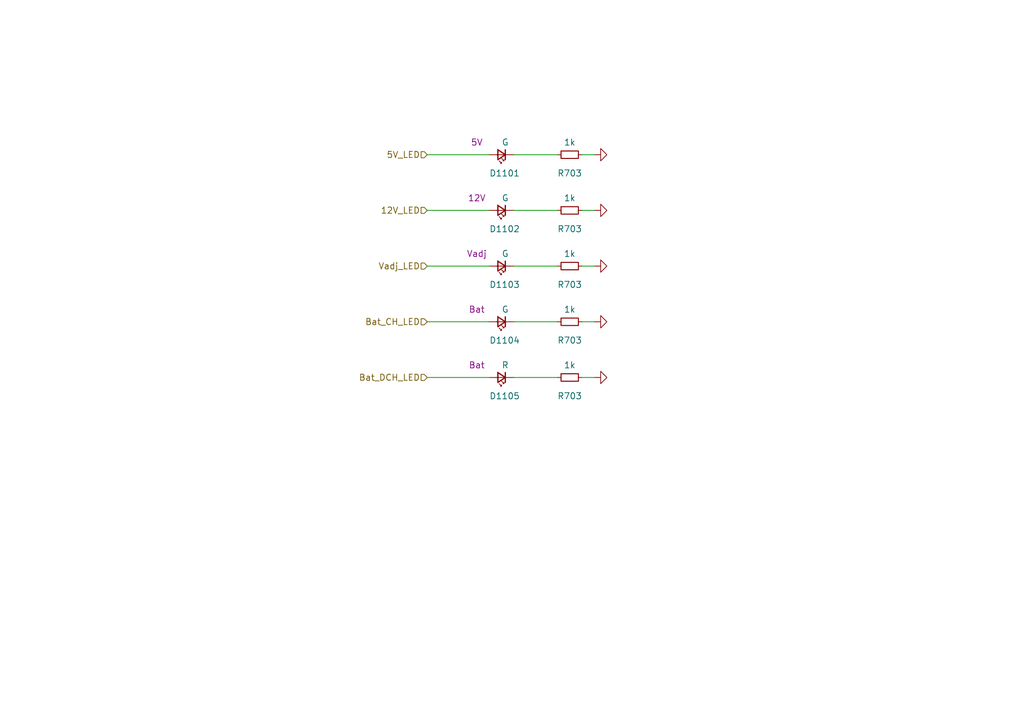
<source format=kicad_sch>
(kicad_sch (version 20230121) (generator eeschema)
  (paper "A5")
  (lib_symbols
    (symbol "Device:LED_Small" (pin_numbers hide) (pin_names (offset 0.254) hide)
      (property "Reference" "D" (at -1.27 3.175 0))
      (property "Value" "LED_Small" (at -4.445 -2.54 0))
      (symbol "LED_Small_0_1"
        (polyline (pts (xy -0.762 -1.016) (xy -0.762 1.016)) (stroke (width 0.254)))
        (polyline (pts (xy 1.016 0) (xy -0.762 0)))
        (polyline (pts (xy 0.762 -1.016) (xy -0.762 0) (xy 0.762 1.016) (xy 0.762 -1.016)) (stroke (width 0.254)))
        (polyline (pts (xy 0 0.762) (xy -0.508 1.27) (xy -0.254 1.27) (xy -0.508 1.27) (xy -0.508 1.016)))
        (polyline (pts (xy 0.508 1.27) (xy 0 1.778) (xy 0.254 1.778) (xy 0 1.778) (xy 0 1.524)))
      )
      (symbol "LED_Small_1_1"
        (pin passive line (at -2.54 0 0) (length 1.778) (name "K") (number "1"))
        (pin passive line (at 2.54 0 180) (length 1.778) (name "A") (number "2"))
      )
    )
    (symbol "Device:R_Small" (pin_numbers hide) (pin_names (offset 0.254) hide)
      (property "Reference" "R" (at 0.762 0.508 0))
      (property "Value" "R_Small" (at 0.762 -1.016 0))
      (symbol "R_Small_0_1"
        (rectangle (start -0.762 1.778) (end 0.762 -1.778) (stroke (width 0.2032)))
      )
      (symbol "R_Small_1_1"
        (pin passive line (at 0 2.54 270) (length 0.762) (name "~") (number "1"))
        (pin passive line (at 0 -2.54 90) (length 0.762) (name "~") (number "2"))
      )
    )
    (symbol "power:GND" (power) (pin_names (offset 0))
      (property "Value" "GND" (at 0 -3.81 0))
      (symbol "GND_0_1"
        (polyline (pts (xy 0 0) (xy 0 -1.27) (xy 1.27 -1.27) (xy 0 -2.54) (xy -1.27 -1.27) (xy 0 -1.27)))
      )
      (symbol "GND_1_1"
        (pin power_in line (at 0 0 270) (length 0) hide (name "GND") (number "1"))
      )
    )
  )
  (wire (pts (xy 105.41 66.04) (xy 114.3 66.04)))
  (wire (pts (xy 105.41 43.18) (xy 114.3 43.18)))
  (wire (pts (xy 105.41 54.61) (xy 114.3 54.61)))
  (wire (pts (xy 105.41 31.75) (xy 114.3 31.75)))
  (wire (pts (xy 119.38 77.47) (xy 121.92 77.47)))
  (wire (pts (xy 87.63 77.47) (xy 100.33 77.47)))
  (wire (pts (xy 87.63 31.75) (xy 100.33 31.75)))
  (wire (pts (xy 119.38 54.61) (xy 121.92 54.61)))
  (wire (pts (xy 105.41 77.47) (xy 114.3 77.47)))
  (wire (pts (xy 87.63 66.04) (xy 100.33 66.04)))
  (wire (pts (xy 119.38 66.04) (xy 121.92 66.04)))
  (wire (pts (xy 87.63 43.18) (xy 100.33 43.18)))
  (wire (pts (xy 87.63 54.61) (xy 100.33 54.61)))
  (wire (pts (xy 119.38 43.18) (xy 121.92 43.18)))
  (wire (pts (xy 119.38 31.75) (xy 121.92 31.75)))
  (hierarchical_label "Bat_DCH_LED" (shape input) (at 87.63 77.47 180))
  (hierarchical_label "5V_LED" (shape input) (at 87.63 31.75 180))
  (hierarchical_label "12V_LED" (shape input) (at 87.63 43.18 180))
  (hierarchical_label "Bat_CH_LED" (shape input) (at 87.63 66.04 180))
  (hierarchical_label "Vadj_LED" (shape input) (at 87.63 54.61 180))
  (symbol (lib_id "power:GND") (at 121.92 31.75 90) (unit 1)
    (property "Reference" "#PWR0312" (effects hide))
    (property "Value" "GND" (effects hide))
    (instances (project "OpenUPS_ups" (path "" (reference "#PWR0312") (unit 1)) (path "" (reference "#PWR01101") (unit 1))))
  )
  (symbol (lib_id "power:GND") (at 121.92 66.04 90) (unit 1)
    (property "Reference" "#PWR0312" (effects hide))
    (property "Value" "GND" (effects hide))
    (instances (project "OpenUPS_ups" (path "" (reference "#PWR0312") (unit 1)) (path "" (reference "#PWR01104") (unit 1))))
  )
  (symbol (lib_id "power:GND") (at 121.92 43.18 90) (unit 1)
    (property "Reference" "#PWR0312" (effects hide))
    (property "Value" "GND" (effects hide))
    (instances (project "OpenUPS_ups" (path "" (reference "#PWR0312") (unit 1)) (path "" (reference "#PWR01102") (unit 1))))
  )
  (symbol (lib_id "Device:R_Small") (at 116.84 31.75 270) (mirror x) (unit 1)
    (property "Reference" "R703" (at 116.84 35.56 90))
    (property "Value" "1k" (at 116.84 29.21 90))
    (property "Footprint" "Resistor_SMD:R_0603_1608Metric" (effects hide))
    (instances (project "OpenUPS_ups" (path "" (reference "R703") (unit 1)) (path "" (reference "R416") (unit 1)) (path "" (reference "R1101") (unit 1))))
  )
  (symbol (lib_id "Device:LED_Small") (at 102.87 43.18 180) (unit 1)
    (property "Reference" "D1102" (at 100.33 46.99 0) (effects (justify right)))
    (property "Value" "G" (at 102.87 40.64 0) (effects (justify right)))
    (property "Footprint" "LED_SMD:LED_0603_1608Metric" (effects hide))
    (property "Comment" "12V" (at 97.79 40.64 0))
  )
  (symbol (lib_id "power:GND") (at 121.92 77.47 90) (unit 1)
    (property "Reference" "#PWR0312" (effects hide))
    (property "Value" "GND" (effects hide))
    (instances (project "OpenUPS_ups" (path "" (reference "#PWR0312") (unit 1)) (path "" (reference "#PWR01105") (unit 1))))
  )
  (symbol (lib_id "Device:R_Small") (at 116.84 54.61 270) (mirror x) (unit 1)
    (property "Reference" "R703" (at 116.84 58.42 90))
    (property "Value" "1k" (at 116.84 52.07 90))
    (property "Footprint" "Resistor_SMD:R_0603_1608Metric" (effects hide))
    (instances (project "OpenUPS_ups" (path "" (reference "R703") (unit 1)) (path "" (reference "R416") (unit 1)) (path "" (reference "R1103") (unit 1))))
  )
  (symbol (lib_id "Device:R_Small") (at 116.84 77.47 270) (mirror x) (unit 1)
    (property "Reference" "R703" (at 116.84 81.28 90))
    (property "Value" "1k" (at 116.84 74.93 90))
    (property "Footprint" "Resistor_SMD:R_0603_1608Metric" (effects hide))
    (instances (project "OpenUPS_ups" (path "" (reference "R703") (unit 1)) (path "" (reference "R416") (unit 1)) (path "" (reference "R1105") (unit 1))))
  )
  (symbol (lib_id "Device:R_Small") (at 116.84 43.18 270) (mirror x) (unit 1)
    (property "Reference" "R703" (at 116.84 46.99 90))
    (property "Value" "1k" (at 116.84 40.64 90))
    (property "Footprint" "Resistor_SMD:R_0603_1608Metric" (effects hide))
    (instances (project "OpenUPS_ups" (path "" (reference "R703") (unit 1)) (path "" (reference "R416") (unit 1)) (path "" (reference "R1102") (unit 1))))
  )
  (symbol (lib_id "Device:LED_Small") (at 102.87 66.04 180) (unit 1)
    (property "Reference" "D1104" (at 100.33 69.85 0) (effects (justify right)))
    (property "Value" "G" (at 102.87 63.5 0) (effects (justify right)))
    (property "Footprint" "LED_SMD:LED_0603_1608Metric" (effects hide))
    (property "Comment" "Bat" (at 97.79 63.5 0))
  )
  (symbol (lib_id "Device:LED_Small") (at 102.87 31.75 180) (unit 1)
    (property "Reference" "D1101" (at 100.33 35.56 0) (effects (justify right)))
    (property "Value" "G" (at 102.87 29.21 0) (effects (justify right)))
    (property "Footprint" "LED_SMD:LED_0603_1608Metric" (effects hide))
    (property "Comment" "5V" (at 97.79 29.21 0))
  )
  (symbol (lib_id "power:GND") (at 121.92 54.61 90) (unit 1)
    (property "Reference" "#PWR0312" (effects hide))
    (property "Value" "GND" (effects hide))
    (instances (project "OpenUPS_ups" (path "" (reference "#PWR0312") (unit 1)) (path "" (reference "#PWR01103") (unit 1))))
  )
  (symbol (lib_id "Device:LED_Small") (at 102.87 77.47 180) (unit 1)
    (property "Reference" "D1105" (at 100.33 81.28 0) (effects (justify right)))
    (property "Value" "R" (at 102.87 74.93 0) (effects (justify right)))
    (property "Footprint" "LED_SMD:LED_0603_1608Metric" (effects hide))
    (property "Comment" "Bat" (at 97.79 74.93 0))
  )
  (symbol (lib_id "Device:R_Small") (at 116.84 66.04 270) (mirror x) (unit 1)
    (property "Reference" "R703" (at 116.84 69.85 90))
    (property "Value" "1k" (at 116.84 63.5 90))
    (property "Footprint" "Resistor_SMD:R_0603_1608Metric" (effects hide))
    (instances (project "OpenUPS_ups" (path "" (reference "R703") (unit 1)) (path "" (reference "R416") (unit 1)) (path "" (reference "R1104") (unit 1))))
  )
  (symbol (lib_id "Device:LED_Small") (at 102.87 54.61 180) (unit 1)
    (property "Reference" "D1103" (at 100.33 58.42 0) (effects (justify right)))
    (property "Value" "G" (at 102.87 52.07 0) (effects (justify right)))
    (property "Footprint" "LED_SMD:LED_0603_1608Metric" (effects hide))
    (property "Comment" "Vadj" (at 97.79 52.07 0))
  )
)
</source>
